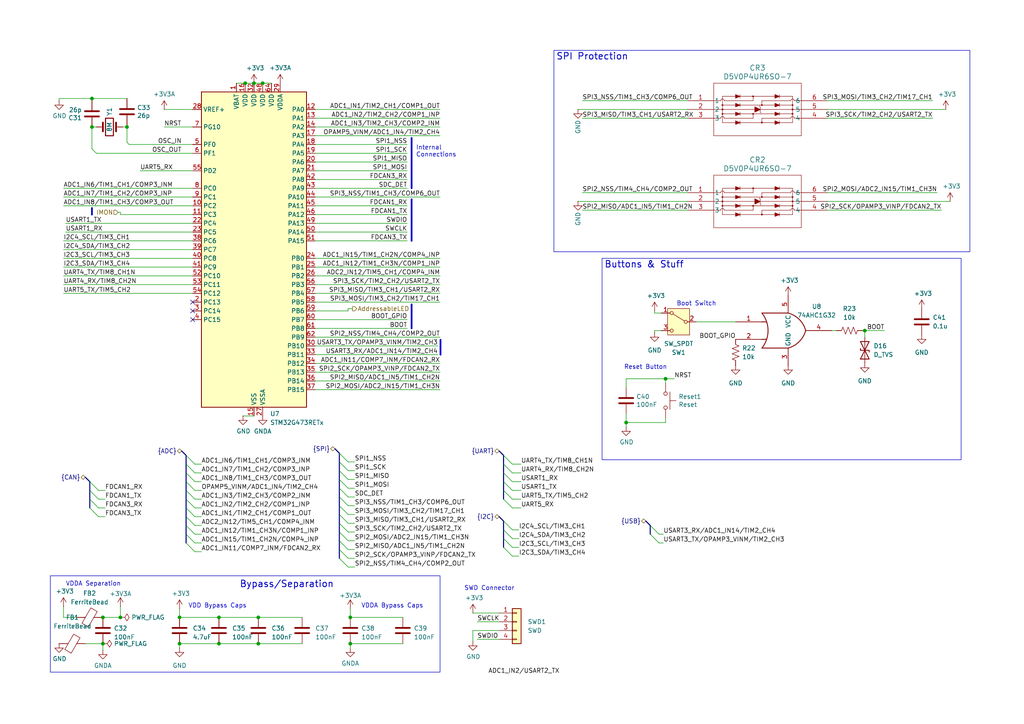
<source format=kicad_sch>
(kicad_sch (version 20250114) (generator "eeschema") (generator_version "9.0")
  (paper "A4")
  (lib_symbols
    (symbol "74xGxx:74AHC1G32"
      (property "Reference" "U" (at -2.54 3.81 0))
      (property "Value" "74AHC1G32" (at 0 -3.81 0))
      (symbol "74AHC1G32_1_1"
        (pin input line (at -15.24 2.54 0) (length 7.62) (name "~") (number "1"))
        (pin input line (at -15.24 -2.54 0) (length 7.62) (name "~") (number "2"))
        (pin power_in line (at 0 10.16 270) (length 5.08) (name "VCC") (number "5"))
        (pin power_in line (at 0 -10.16 90) (length 5.08) (name "GND") (number "3"))
        (pin output line (at 12.7 0 180) (length 7.62) (name "~") (number "4"))
      )
    )
    (symbol "Connector_Generic:Conn_01x04" (pin_names (offset 1.016) (hide yes))
      (property "Reference" "J" (at 0 5.08 0))
      (property "Value" "Conn_01x04" (at 0 -7.62 0))
      (symbol "Conn_01x04_1_1"
        (pin passive line (at -5.08 2.54 0) (length 3.81) (name "Pin_1") (number "1"))
        (pin passive line (at -5.08 0 0) (length 3.81) (name "Pin_2") (number "2"))
        (pin passive line (at -5.08 -2.54 0) (length 3.81) (name "Pin_3") (number "3"))
        (pin passive line (at -5.08 -5.08 0) (length 3.81) (name "Pin_4") (number "4"))
      )
    )
    (symbol "Device:C" (pin_numbers (hide yes)) (pin_names (offset 0.254))
      (property "Reference" "C" (at 0.635 2.54 0))
      (property "Value" "C" (at 0.635 -2.54 0))
      (symbol "C_1_1"
        (pin passive line (at 0 3.81 270) (length 2.794) (name "~") (number "1"))
        (pin passive line (at 0 -3.81 90) (length 2.794) (name "~") (number "2"))
      )
    )
    (symbol "Device:Crystal" (pin_numbers (hide yes)) (pin_names (offset 1.016) (hide yes))
      (property "Reference" "Y" (at 0 3.81 0))
      (property "Value" "Crystal" (at 0 -3.81 0))
      (symbol "Crystal_1_1"
        (pin passive line (at -3.81 0 0) (length 1.27) (name "1") (number "1"))
        (pin passive line (at 3.81 0 180) (length 1.27) (name "2") (number "2"))
      )
    )
    (symbol "Device:D_TVS" (pin_numbers (hide yes)) (pin_names (offset 1.016) (hide yes))
      (property "Reference" "D" (at 0 2.54 0))
      (property "Value" "D_TVS" (at 0 -2.54 0))
      (symbol "D_TVS_1_1"
        (pin passive line (at -3.81 0 0) (length 2.54) (name "A1") (number "1"))
        (pin passive line (at 3.81 0 180) (length 2.54) (name "A2") (number "2"))
      )
    )
    (symbol "Device:FerriteBead" (pin_numbers (hide yes)) (pin_names (offset 0))
      (property "Reference" "FB" (at -3.81 0.635 90))
      (property "Value" "FerriteBead" (at 3.81 0 90))
      (symbol "FerriteBead_1_1"
        (pin passive line (at 0 3.81 270) (length 2.54) (name "~") (number "1"))
        (pin passive line (at 0 -3.81 90) (length 2.54) (name "~") (number "2"))
      )
    )
    (symbol "Device:R_US" (pin_numbers (hide yes)) (pin_names (offset 0))
      (property "Reference" "R" (at 2.54 0 90))
      (property "Value" "R_US" (at -2.54 0 90))
      (symbol "R_US_1_1"
        (pin passive line (at 0 3.81 270) (length 1.27) (name "~") (number "1"))
        (pin passive line (at 0 -3.81 90) (length 1.27) (name "~") (number "2"))
      )
    )
    (symbol "MCU_ST_STM32G4:STM32G473RETx"
      (property "Reference" "U" (at -15.24 46.99 0))
      (property "Value" "STM32G473RETx" (at 10.16 46.99 0))
      (symbol "STM32G473RETx_1_1"
        (pin input line (at -17.78 40.64 0) (length 2.54) (name "VREF+") (number "28"))
        (pin bidirectional line (at -17.78 35.56 0) (length 2.54) (name "PG10") (number "7"))
        (pin bidirectional line (at -17.78 30.48 0) (length 2.54) (name "PF0") (number "5"))
        (pin bidirectional line (at -17.78 27.94 0) (length 2.54) (name "PF1") (number "6"))
        (pin bidirectional line (at -17.78 22.86 0) (length 2.54) (name "PD2") (number "55"))
        (pin bidirectional line (at -17.78 17.78 0) (length 2.54) (name "PC0") (number "8"))
        (pin bidirectional line (at -17.78 15.24 0) (length 2.54) (name "PC1") (number "9"))
        (pin bidirectional line (at -17.78 12.7 0) (length 2.54) (name "PC2") (number "10"))
        (pin bidirectional line (at -17.78 10.16 0) (length 2.54) (name "PC3") (number "11"))
        (pin bidirectional line (at -17.78 7.62 0) (length 2.54) (name "PC4") (number "22"))
        (pin bidirectional line (at -17.78 5.08 0) (length 2.54) (name "PC5") (number "23"))
        (pin bidirectional line (at -17.78 2.54 0) (length 2.54) (name "PC6") (number "38"))
        (pin bidirectional line (at -17.78 0 0) (length 2.54) (name "PC7") (number "39"))
        (pin bidirectional line (at -17.78 -2.54 0) (length 2.54) (name "PC8") (number "40"))
        (pin bidirectional line (at -17.78 -5.08 0) (length 2.54) (name "PC9") (number "41"))
        (pin bidirectional line (at -17.78 -7.62 0) (length 2.54) (name "PC10") (number "52"))
        (pin bidirectional line (at -17.78 -10.16 0) (length 2.54) (name "PC11") (number "53"))
        (pin bidirectional line (at -17.78 -12.7 0) (length 2.54) (name "PC12") (number "54"))
        (pin bidirectional line (at -17.78 -15.24 0) (length 2.54) (name "PC13") (number "2"))
        (pin bidirectional line (at -17.78 -17.78 0) (length 2.54) (name "PC14") (number "3"))
        (pin bidirectional line (at -17.78 -20.32 0) (length 2.54) (name "PC15") (number "4"))
        (pin power_in line (at -5.08 48.26 270) (length 2.54) (name "VBAT") (number "1"))
        (pin power_in line (at -2.54 48.26 270) (length 2.54) (name "VDD") (number "16"))
        (pin power_in line (at 0 48.26 270) (length 2.54) (name "VDD") (number "32"))
        (pin power_in line (at 0 -48.26 90) (length 2.54) (name "VSS") (number "15"))
        (pin passive line (at 0 -48.26 90) (length 2.54) (hide yes) (name "VSS") (number "31"))
        (pin passive line (at 0 -48.26 90) (length 2.54) (hide yes) (name "VSS") (number "47"))
        (pin passive line (at 0 -48.26 90) (length 2.54) (hide yes) (name "VSS") (number "63"))
        (pin power_in line (at 2.54 48.26 270) (length 2.54) (name "VDD") (number "48"))
        (pin power_in line (at 2.54 -48.26 90) (length 2.54) (name "VSSA") (number "27"))
        (pin power_in line (at 5.08 48.26 270) (length 2.54) (name "VDD") (number "64"))
        (pin power_in line (at 7.62 48.26 270) (length 2.54) (name "VDDA") (number "29"))
        (pin bidirectional line (at 17.78 40.64 180) (length 2.54) (name "PA0") (number "12"))
        (pin bidirectional line (at 17.78 38.1 180) (length 2.54) (name "PA1") (number "13"))
        (pin bidirectional line (at 17.78 35.56 180) (length 2.54) (name "PA2") (number "14"))
        (pin bidirectional line (at 17.78 33.02 180) (length 2.54) (name "PA3") (number "17"))
        (pin bidirectional line (at 17.78 30.48 180) (length 2.54) (name "PA4") (number "18"))
        (pin bidirectional line (at 17.78 27.94 180) (length 2.54) (name "PA5") (number "19"))
        (pin bidirectional line (at 17.78 25.4 180) (length 2.54) (name "PA6") (number "20"))
        (pin bidirectional line (at 17.78 22.86 180) (length 2.54) (name "PA7") (number "21"))
        (pin bidirectional line (at 17.78 20.32 180) (length 2.54) (name "PA8") (number "42"))
        (pin bidirectional line (at 17.78 17.78 180) (length 2.54) (name "PA9") (number "43"))
        (pin bidirectional line (at 17.78 15.24 180) (length 2.54) (name "PA10") (number "44"))
        (pin bidirectional line (at 17.78 12.7 180) (length 2.54) (name "PA11") (number "45"))
        (pin bidirectional line (at 17.78 10.16 180) (length 2.54) (name "PA12") (number "46"))
        (pin bidirectional line (at 17.78 7.62 180) (length 2.54) (name "PA13") (number "49"))
        (pin bidirectional line (at 17.78 5.08 180) (length 2.54) (name "PA14") (number "50"))
        (pin bidirectional line (at 17.78 2.54 180) (length 2.54) (name "PA15") (number "51"))
        (pin bidirectional line (at 17.78 -2.54 180) (length 2.54) (name "PB0") (number "24"))
        (pin bidirectional line (at 17.78 -5.08 180) (length 2.54) (name "PB1") (number "25"))
        (pin bidirectional line (at 17.78 -7.62 180) (length 2.54) (name "PB2") (number "26"))
        (pin bidirectional line (at 17.78 -10.16 180) (length 2.54) (name "PB3") (number "56"))
        (pin bidirectional line (at 17.78 -12.7 180) (length 2.54) (name "PB4") (number "57"))
        (pin bidirectional line (at 17.78 -15.24 180) (length 2.54) (name "PB5") (number "58"))
        (pin bidirectional line (at 17.78 -17.78 180) (length 2.54) (name "PB6") (number "59"))
        (pin bidirectional line (at 17.78 -20.32 180) (length 2.54) (name "PB7") (number "60"))
        (pin bidirectional line (at 17.78 -22.86 180) (length 2.54) (name "PB8") (number "61"))
        (pin bidirectional line (at 17.78 -25.4 180) (length 2.54) (name "PB9") (number "62"))
        (pin bidirectional line (at 17.78 -27.94 180) (length 2.54) (name "PB10") (number "30"))
        (pin bidirectional line (at 17.78 -30.48 180) (length 2.54) (name "PB11") (number "33"))
        (pin bidirectional line (at 17.78 -33.02 180) (length 2.54) (name "PB12") (number "34"))
        (pin bidirectional line (at 17.78 -35.56 180) (length 2.54) (name "PB13") (number "35"))
        (pin bidirectional line (at 17.78 -38.1 180) (length 2.54) (name "PB14") (number "36"))
        (pin bidirectional line (at 17.78 -40.64 180) (length 2.54) (name "PB15") (number "37"))
      )
    )
    (symbol "Switch:SW_Push" (pin_numbers (hide yes)) (pin_names (offset 1.016) (hide yes))
      (property "Reference" "SW" (at 1.27 2.54 0))
      (property "Value" "SW_Push" (at 0 -1.524 0))
      (symbol "SW_Push_0_1"
        (pin passive line (at -5.08 0 0) (length 2.54) (name "1") (number "1"))
        (pin passive line (at 5.08 0 180) (length 2.54) (name "2") (number "2"))
      )
    )
    (symbol "Switch:SW_SPDT" (pin_names (offset 0) (hide yes))
      (property "Reference" "SW" (at 0 5.08 0))
      (property "Value" "SW_SPDT" (at 0 -5.08 0))
      (symbol "SW_SPDT_1_1"
        (pin passive line (at -5.08 0 0) (length 2.54) (name "B") (number "2"))
        (pin passive line (at 5.08 2.54 180) (length 2.54) (name "A") (number "1"))
        (pin passive line (at 5.08 -2.54 180) (length 2.54) (name "C") (number "3"))
      )
    )
    (symbol "UTSVT-ICs:D5V0P4UR6SO-7" (pin_names (offset 0.254))
      (property "Reference" "CR2" (at 20.32 10.16 0))
      (property "Value" "D5V0P4UR6SO-7" (at 20.32 7.62 0))
      (symbol "D5V0P4UR6SO-7_0_1"
        (pin input line (at 0 0 0) (length 7.62) (name "1") (number "1"))
        (pin unspecified line (at 0 -2.54 0) (length 7.62) (name "2") (number "2"))
        (pin input line (at 0 -5.08 0) (length 7.62) (name "3") (number "3"))
        (pin input line (at 40.64 0 180) (length 7.62) (name "6") (number "6"))
        (pin unspecified line (at 40.64 -2.54 180) (length 7.62) (name "5") (number "5"))
        (pin input line (at 40.64 -5.08 180) (length 7.62) (name "4") (number "4"))
      )
    )
    (symbol "power:+3.3V" (power) (pin_numbers (hide yes)) (pin_names (offset 0) (hide yes))
      (property "Value" "+3.3V" (at 0 3.556 0))
      (symbol "+3.3V_1_1"
        (pin power_in line (at 0 0 90) (length 0) (name "~") (number "1"))
      )
    )
    (symbol "power:+3.3VA" (power) (pin_numbers (hide yes)) (pin_names (offset 0) (hide yes))
      (property "Value" "+3.3VA" (at 0 3.556 0))
      (symbol "+3.3VA_1_1"
        (pin power_in line (at 0 0 90) (length 0) (name "~") (number "1"))
      )
    )
    (symbol "power:GND" (power) (pin_numbers (hide yes)) (pin_names (offset 0) (hide yes))
      (property "Value" "GND" (at 0 -3.81 0))
      (symbol "GND_1_1"
        (pin power_in line (at 0 0 270) (length 0) (name "~") (number "1"))
      )
    )
    (symbol "power:GNDA" (power) (pin_numbers (hide yes)) (pin_names (offset 0) (hide yes))
      (property "Value" "GNDA" (at 0 -3.81 0))
      (symbol "GNDA_1_1"
        (pin power_in line (at 0 0 270) (length 0) (name "~") (number "1"))
      )
    )
    (symbol "power:PWR_FLAG" (power) (pin_numbers (hide yes)) (pin_names (offset 0) (hide yes))
      (property "Value" "PWR_FLAG" (at 0 3.81 0))
      (symbol "PWR_FLAG_0_0"
        (pin power_out line (at 0 0 90) (length 0) (name "~") (number "1"))
      )
    )
  )
  (bus_alias "ADC" (members "ADC1_IN6/TIM1_CH1/COMP3_INM" "ADC1_IN7/TIM1_CH2/COMP3_INP" "ADC1_IN8/TIM1_CH3/COMP3_OUT" "OPAMP5_VINM/ADC1_IN4/TIM2_CH4" "ADC1_IN3/TIM2_CH3/COMP2_INM" "ADC1_IN2/TIM2_CH2/COMP1_INP" "ADC1_IN1/TIM2_CH1/COMP1_OUT" "ADC2_IN12/TIM5_CH1/COMP4_INM" "ADC1_IN12/TIM1_CH3N/COMP1_INP" "ADC1_IN15/TIM1_CH2N/COMP4_INP" "ADC1_IN11/COMP7_INM/FDCAN2_RX"))
  (bus_alias "CAN" (members "FDCAN1_RX" "FDCAN1_TX" "FDCAN3_RX" "FDCAN3_TX" "IntCAN_L" "IntCAN_H" "CarCAN_L" "CarCAN_H"))
  (bus_alias "I2C" (members "I2C4_SCL/TIM3_CH1" "I2C4_SDA/TIM3_CH2" "I2C3_SCL/TIM3_CH3" "I2C3_SDA/TIM3_CH4"))
  (bus_alias "PWR" (members "IMON" "24_Ext"))
  (bus_alias "SPI" (members "SPI1_NSS" "SPI1_SCK" "SPI1_MISO" "SPI1_MOSI" "SDC_DET" "SPI3_NSS/TIM1_CH3/COMP6_OUT" "SPI3_MOSI/TIM3_CH2/TIM17_CH1" "SPI3_MISO/TIM3_CH1/USART2_RX" "SPI3_SCK/TIM2_CH2/USART2_TX" "SPI2_MOSI/ADC2_IN15/TIM1_CH3N" "SPI2_MISO/ADC1_IN5/TIM1_CH2N" "SPI2_SCK/OPAMP3_VINP/FDCAN2_TX" "SPI2_NSS/TIM4_CH4/COMP2_OUT"))
  (bus_alias "UART" (members "UART4_TX/TIM8_CH1N" "UART4_RX/TIM8_CH2N" "USART1_RX" "USART1_TX" "UART5_TX/TIM5_CH2" "UART5_RX"))
  (rectangle (start 174.625 74.93) (end 278.765 133.35))
  (rectangle (start 14.605 167.005) (end 127.635 194.945))
  (rectangle (start 160.655 14.605) (end 281.305 73.025))
  (text "Boot Switch" (at 196.215 88.9 0) (effects (font (size 1.27 1.27)) (justify left bottom)))
  (text "VDDA Bypass Caps" (at 104.775 176.53 0) (effects (font (size 1.27 1.27)) (justify left bottom)))
  (text "Bypass/Separation" (at 83.185 169.545 0) (effects (font (size 1.905 1.905) (thickness 0.2381))))
  (text "Reset Button" (at 180.975 107.315 0) (effects (font (size 1.27 1.27)) (justify left bottom)))
  (text "SWD Connector" (at 134.62 171.45 0) (effects (font (size 1.27 1.27)) (justify left bottom)))
  (text "SPI Protection\n" (at 161.29 16.51 0) (effects (font (size 1.905 1.905) (thickness 0.2381)) (justify left)))
  (text "VDD Bypass Caps" (at 54.61 176.53 0) (effects (font (size 1.27 1.27)) (justify left bottom)))
  (text "Internal\nConnections\n" (at 120.65 45.72 0) (effects (font (size 1.27 1.27)) (justify left bottom)))
  (text "VDDA Separation" (at 19.05 170.18 0) (effects (font (size 1.27 1.27)) (justify left bottom)))
  (text "Buttons & Stuff" (at 175.26 76.835 0) (effects (font (size 1.905 1.905) (thickness 0.2381)) (justify left)))
  (junction (at 52.07 186.69))
  (junction (at 73.66 24.13))
  (junction (at 52.07 179.07))
  (junction (at 74.93 186.69))
  (junction (at 76.2 24.13))
  (junction (at 26.67 28.575))
  (junction (at 71.12 24.13))
  (junction (at 34.925 179.07))
  (junction (at 26.67 36.83))
  (junction (at 63.5 186.69))
  (junction (at 101.6 179.07))
  (junction (at 36.83 36.83))
  (junction (at 250.825 95.885))
  (junction (at 29.845 179.07))
  (junction (at 29.845 186.69))
  (junction (at 74.93 179.07))
  (junction (at 181.61 122.555))
  (junction (at 101.6 186.69))
  (junction (at 193.04 109.855))
  (junction (at 63.5 179.07))
  (no_connect (at 55.88 92.71))
  (no_connect (at 55.88 90.17))
  (no_connect (at 55.88 87.63))
  (bus_entry (at 53.975 157.48) (size 2.54 2.54))
  (bus_entry (at 98.425 154.305) (size 2.54 2.54))
  (bus_entry (at 146.05 158.75) (size 2.54 2.54))
  (bus_entry (at 26.035 147.32) (size 2.54 2.54))
  (bus_entry (at 98.425 149.225) (size 2.54 2.54))
  (bus_entry (at 146.05 137.16) (size 2.54 2.54))
  (bus_entry (at 98.425 146.685) (size 2.54 2.54))
  (bus_entry (at 98.425 161.925) (size 2.54 2.54))
  (bus_entry (at 146.05 153.67) (size 2.54 2.54))
  (bus_entry (at 188.595 154.94) (size 2.54 2.54))
  (bus_entry (at 53.975 149.86) (size 2.54 2.54))
  (bus_entry (at 26.035 142.24) (size 2.54 2.54))
  (bus_entry (at 98.425 151.765) (size 2.54 2.54))
  (bus_entry (at 98.425 136.525) (size 2.54 2.54))
  (bus_entry (at 98.425 133.985) (size 2.54 2.54))
  (bus_entry (at 146.05 142.24) (size 2.54 2.54))
  (bus_entry (at 53.975 132.08) (size 2.54 2.54))
  (bus_entry (at 53.975 144.78) (size 2.54 2.54))
  (bus_entry (at 98.425 144.145) (size 2.54 2.54))
  (bus_entry (at 53.975 147.32) (size 2.54 2.54))
  (bus_entry (at 53.975 154.94) (size 2.54 2.54))
  (bus_entry (at 146.05 132.08) (size 2.54 2.54))
  (bus_entry (at 98.425 141.605) (size 2.54 2.54))
  (bus_entry (at 146.05 139.7) (size 2.54 2.54))
  (bus_entry (at 146.05 156.21) (size 2.54 2.54))
  (bus_entry (at 53.975 134.62) (size 2.54 2.54))
  (bus_entry (at 53.975 152.4) (size 2.54 2.54))
  (bus_entry (at 146.05 134.62) (size 2.54 2.54))
  (bus_entry (at 26.035 139.7) (size 2.54 2.54))
  (bus_entry (at 98.425 131.445) (size 2.54 2.54))
  (bus_entry (at 53.975 142.24) (size 2.54 2.54))
  (bus_entry (at 98.425 156.845) (size 2.54 2.54))
  (bus_entry (at 53.975 137.16) (size 2.54 2.54))
  (bus_entry (at 98.425 139.065) (size 2.54 2.54))
  (bus_entry (at 146.05 144.78) (size 2.54 2.54))
  (bus_entry (at 98.425 159.385) (size 2.54 2.54))
  (bus_entry (at 53.975 139.7) (size 2.54 2.54))
  (bus_entry (at 146.05 151.13) (size 2.54 2.54))
  (bus_entry (at 26.035 144.78) (size 2.54 2.54))
  (bus_entry (at 188.595 152.4) (size 2.54 2.54))
  (wire (pts (xy 201.93 93.345) (xy 213.36 93.345)))
  (wire (pts (xy 26.67 28.575) (xy 36.83 28.575)))
  (wire (pts (xy 63.5 179.07) (xy 74.93 179.07)))
  (wire (pts (xy 19.05 67.31) (xy 55.88 67.31)))
  (wire (pts (xy 91.44 64.77) (xy 118.11 64.77)))
  (bus (pts (xy 26.035 144.78) (xy 26.035 147.32)))
  (wire (pts (xy 148.59 139.7) (xy 151.13 139.7)))
  (wire (pts (xy 137.16 182.88) (xy 137.16 186.055)))
  (wire (pts (xy 28.575 144.78) (xy 30.48 144.78)))
  (wire (pts (xy 36.83 41.275) (xy 36.83 36.83)))
  (bus (pts (xy 98.425 149.225) (xy 98.425 151.765)))
  (bus (pts (xy 98.425 131.445) (xy 97.155 130.175)))
  (wire (pts (xy 91.44 57.15) (xy 127.635 57.15)))
  (bus (pts (xy 98.425 139.065) (xy 98.425 141.605)))
  (bus (pts (xy 146.05 137.16) (xy 146.05 139.7)))
  (wire (pts (xy 100.965 151.765) (xy 102.87 151.765)))
  (bus (pts (xy 144.78 130.81) (xy 146.05 132.08)))
  (wire (pts (xy 100.965 149.225) (xy 102.87 149.225)))
  (wire (pts (xy 52.07 187.96) (xy 52.07 186.69)))
  (wire (pts (xy 52.07 179.07) (xy 63.5 179.07)))
  (wire (pts (xy 55.88 41.91) (xy 37.465 41.91)))
  (wire (pts (xy 100.965 141.605) (xy 102.87 141.605)))
  (bus (pts (xy 98.425 133.985) (xy 98.425 136.525)))
  (wire (pts (xy 148.59 158.75) (xy 150.495 158.75)))
  (wire (pts (xy 18.415 59.69) (xy 55.88 59.69)))
  (wire (pts (xy 91.44 44.45) (xy 118.11 44.45)))
  (wire (pts (xy 100.965 144.145) (xy 102.87 144.145)))
  (wire (pts (xy 240.03 31.75) (xy 274.32 31.75)))
  (wire (pts (xy 34.925 62.23) (xy 55.88 62.23)))
  (wire (pts (xy 55.88 36.83) (xy 47.625 36.83)))
  (wire (pts (xy 56.515 137.16) (xy 58.42 137.16)))
  (wire (pts (xy 168.91 60.96) (xy 199.39 60.96)))
  (wire (pts (xy 273.05 60.96) (xy 240.03 60.96)))
  (wire (pts (xy 56.515 147.32) (xy 58.42 147.32)))
  (bus (pts (xy 98.425 144.145) (xy 98.425 146.685)))
  (wire (pts (xy 56.515 152.4) (xy 58.42 152.4)))
  (wire (pts (xy 100.965 133.985) (xy 102.87 133.985)))
  (wire (pts (xy 168.91 34.29) (xy 199.39 34.29)))
  (wire (pts (xy 91.44 80.01) (xy 127.635 80.01)))
  (bus (pts (xy 53.975 139.7) (xy 53.975 142.24)))
  (wire (pts (xy 91.44 110.49) (xy 127.635 110.49)))
  (wire (pts (xy 28.575 147.32) (xy 30.48 147.32)))
  (wire (pts (xy 91.44 92.71) (xy 118.11 92.71)))
  (wire (pts (xy 74.93 179.07) (xy 87.63 179.07)))
  (wire (pts (xy 68.58 24.13) (xy 71.12 24.13)))
  (bus (pts (xy 26.035 142.24) (xy 26.035 144.78)))
  (bus (pts (xy 146.05 132.08) (xy 146.05 134.62)))
  (wire (pts (xy 17.145 28.575) (xy 26.67 28.575)))
  (wire (pts (xy 91.44 107.95) (xy 127.635 107.95)))
  (bus (pts (xy 146.05 156.21) (xy 146.05 158.75)))
  (wire (pts (xy 74.93 186.69) (xy 87.63 186.69)))
  (wire (pts (xy 56.515 139.7) (xy 58.42 139.7)))
  (wire (pts (xy 91.44 113.03) (xy 127.635 113.03)))
  (bus (pts (xy 146.05 153.67) (xy 146.05 156.21)))
  (wire (pts (xy 270.51 34.29) (xy 240.03 34.29)))
  (wire (pts (xy 91.44 67.31) (xy 118.11 67.31)))
  (wire (pts (xy 250.825 95.885) (xy 256.54 95.885)))
  (wire (pts (xy 47.625 31.75) (xy 55.88 31.75)))
  (bus (pts (xy 146.05 151.13) (xy 146.05 153.67)))
  (wire (pts (xy 18.415 77.47) (xy 55.88 77.47)))
  (wire (pts (xy 26.67 36.83) (xy 26.67 43.18)))
  (wire (pts (xy 100.965 159.385) (xy 102.87 159.385)))
  (wire (pts (xy 91.44 100.33) (xy 127 100.33)))
  (wire (pts (xy 189.865 90.805) (xy 189.865 90.17)))
  (bus (pts (xy 26.035 139.7) (xy 26.035 142.24)))
  (wire (pts (xy 91.44 87.63) (xy 127.635 87.63)))
  (wire (pts (xy 100.965 161.925) (xy 102.87 161.925)))
  (wire (pts (xy 91.44 31.75) (xy 127.635 31.75)))
  (wire (pts (xy 191.135 157.48) (xy 192.405 157.48)))
  (wire (pts (xy 56.515 157.48) (xy 58.42 157.48)))
  (wire (pts (xy 168.91 55.88) (xy 199.39 55.88)))
  (wire (pts (xy 18.415 80.01) (xy 55.88 80.01)))
  (wire (pts (xy 100.965 90.17) (xy 91.44 90.17)))
  (wire (pts (xy 270.51 29.21) (xy 240.03 29.21)))
  (bus (pts (xy 53.975 149.86) (xy 53.975 152.4)))
  (wire (pts (xy 52.07 186.69) (xy 63.5 186.69)))
  (bus (pts (xy 98.425 146.685) (xy 98.425 149.225)))
  (wire (pts (xy 167.64 31.75) (xy 199.39 31.75)))
  (wire (pts (xy 91.44 54.61) (xy 118.11 54.61)))
  (wire (pts (xy 76.2 24.13) (xy 78.74 24.13)))
  (wire (pts (xy 181.61 120.015) (xy 181.61 122.555)))
  (bus (pts (xy 98.425 131.445) (xy 98.425 133.985)))
  (wire (pts (xy 181.61 109.855) (xy 181.61 112.395)))
  (wire (pts (xy 167.64 58.42) (xy 199.39 58.42)))
  (wire (pts (xy 91.44 85.09) (xy 127.635 85.09)))
  (bus (pts (xy 52.705 130.81) (xy 53.975 132.08)))
  (bus (pts (xy 53.975 144.78) (xy 53.975 147.32)))
  (polyline (pts (xy 119.38 57.785) (xy 119.38 69.85)) (stroke (width 0.5)))
  (bus (pts (xy 53.975 152.4) (xy 53.975 154.94)))
  (wire (pts (xy 34.925 179.07) (xy 29.845 179.07)))
  (wire (pts (xy 27.94 44.45) (xy 55.88 44.45)))
  (bus (pts (xy 98.425 136.525) (xy 98.425 139.065)))
  (polyline (pts (xy 127.762 102.87) (xy 127.762 98.552)) (stroke (width 0.5)))
  (wire (pts (xy 18.415 82.55) (xy 55.88 82.55)))
  (wire (pts (xy 148.59 161.29) (xy 150.495 161.29)))
  (wire (pts (xy 18.415 175.895) (xy 18.415 179.07)))
  (wire (pts (xy 52.07 176.53) (xy 52.07 179.07)))
  (wire (pts (xy 34.925 175.895) (xy 34.925 179.07)))
  (wire (pts (xy 71.12 24.13) (xy 73.66 24.13)))
  (wire (pts (xy 148.59 137.16) (xy 151.13 137.16)))
  (wire (pts (xy 18.415 54.61) (xy 55.88 54.61)))
  (wire (pts (xy 91.44 102.87) (xy 127 102.87)))
  (wire (pts (xy 91.44 95.25) (xy 118.11 95.25)))
  (wire (pts (xy 24.765 186.69) (xy 29.845 186.69)))
  (wire (pts (xy 138.43 180.34) (xy 144.78 180.34)))
  (bus (pts (xy 98.425 151.765) (xy 98.425 154.305)))
  (bus (pts (xy 53.975 154.94) (xy 53.975 157.48)))
  (wire (pts (xy 242.57 95.885) (xy 241.3 95.885)))
  (wire (pts (xy 193.04 109.855) (xy 195.58 109.855)))
  (wire (pts (xy 18.415 72.39) (xy 55.88 72.39)))
  (bus (pts (xy 188.595 152.4) (xy 188.595 154.94)))
  (wire (pts (xy 271.78 55.88) (xy 240.03 55.88)))
  (wire (pts (xy 168.91 29.21) (xy 199.39 29.21)))
  (wire (pts (xy 250.825 95.885) (xy 250.825 97.79)))
  (wire (pts (xy 18.415 74.93) (xy 55.88 74.93)))
  (wire (pts (xy 63.5 186.69) (xy 74.93 186.69)))
  (wire (pts (xy 100.965 89.535) (xy 102.235 89.535)))
  (wire (pts (xy 56.515 154.94) (xy 58.42 154.94)))
  (wire (pts (xy 18.415 69.85) (xy 55.88 69.85)))
  (wire (pts (xy 91.44 105.41) (xy 127.635 105.41)))
  (wire (pts (xy 91.44 52.07) (xy 118.11 52.07)))
  (wire (pts (xy 40.64 49.53) (xy 55.88 49.53)))
  (polyline (pts (xy 119.38 40.005) (xy 119.38 54.61)) (stroke (width 0.5)))
  (bus (pts (xy 98.425 141.605) (xy 98.425 144.145)))
  (bus (pts (xy 98.425 159.385) (xy 98.425 161.925)))
  (wire (pts (xy 181.61 123.825) (xy 181.61 122.555)))
  (wire (pts (xy 137.16 182.88) (xy 144.78 182.88)))
  (wire (pts (xy 148.59 144.78) (xy 151.13 144.78)))
  (wire (pts (xy 17.145 29.21) (xy 17.145 28.575)))
  (wire (pts (xy 193.04 121.285) (xy 193.04 122.555)))
  (wire (pts (xy 36.83 36.83) (xy 35.56 36.83)))
  (wire (pts (xy 189.865 95.885) (xy 191.77 95.885)))
  (bus (pts (xy 53.975 147.32) (xy 53.975 149.86)))
  (wire (pts (xy 91.44 97.79) (xy 127.635 97.79)))
  (bus (pts (xy 144.78 149.86) (xy 146.05 151.13)))
  (wire (pts (xy 91.44 62.23) (xy 118.11 62.23)))
  (wire (pts (xy 91.44 41.91) (xy 118.11 41.91)))
  (wire (pts (xy 26.67 28.575) (xy 26.67 29.21)))
  (wire (pts (xy 28.575 149.86) (xy 30.48 149.86)))
  (wire (pts (xy 18.415 57.15) (xy 55.88 57.15)))
  (wire (pts (xy 148.59 142.24) (xy 151.13 142.24)))
  (polyline (pts (xy 119.38 95.25) (xy 119.38 88.265)) (stroke (width 0.5)))
  (bus (pts (xy 188.595 152.4) (xy 187.325 151.13)))
  (wire (pts (xy 34.925 61.595) (xy 34.925 62.23)))
  (wire (pts (xy 138.43 185.42) (xy 144.78 185.42)))
  (wire (pts (xy 100.965 89.535) (xy 100.965 90.17)))
  (wire (pts (xy 100.965 154.305) (xy 102.87 154.305)))
  (wire (pts (xy 100.965 136.525) (xy 102.87 136.525)))
  (bus (pts (xy 146.05 142.24) (xy 146.05 144.78)))
  (wire (pts (xy 189.865 96.52) (xy 189.865 95.885)))
  (wire (pts (xy 36.83 36.83) (xy 36.83 36.195)))
  (wire (pts (xy 19.05 64.77) (xy 55.88 64.77)))
  (wire (pts (xy 181.61 109.855) (xy 193.04 109.855)))
  (wire (pts (xy 56.515 134.62) (xy 58.42 134.62)))
  (wire (pts (xy 18.415 85.09) (xy 55.88 85.09)))
  (wire (pts (xy 91.44 46.99) (xy 118.11 46.99)))
  (wire (pts (xy 101.6 176.53) (xy 101.6 179.07)))
  (wire (pts (xy 91.44 34.29) (xy 127.635 34.29)))
  (wire (pts (xy 148.59 153.67) (xy 150.495 153.67)))
  (bus (pts (xy 53.975 134.62) (xy 53.975 137.16)))
  (wire (pts (xy 100.965 164.465) (xy 102.87 164.465)))
  (wire (pts (xy 18.415 179.07) (xy 22.225 179.07)))
  (wire (pts (xy 250.19 95.885) (xy 250.825 95.885)))
  (bus (pts (xy 53.975 137.16) (xy 53.975 139.7)))
  (wire (pts (xy 56.515 160.02) (xy 58.42 160.02)))
  (bus (pts (xy 53.975 142.24) (xy 53.975 144.78)))
  (wire (pts (xy 100.965 156.845) (xy 102.87 156.845)))
  (wire (pts (xy 101.6 186.69) (xy 101.6 187.96)))
  (wire (pts (xy 137.16 177.8) (xy 144.78 177.8)))
  (polyline (pts (xy 26.67 62.23) (xy 26.67 60.325)) (stroke (width 0.5)))
  (wire (pts (xy 91.44 49.53) (xy 118.11 49.53)))
  (wire (pts (xy 101.6 186.69) (xy 116.84 186.69)))
  (wire (pts (xy 191.135 154.94) (xy 192.405 154.94)))
  (wire (pts (xy 70.485 120.65) (xy 73.66 120.65)))
  (wire (pts (xy 148.59 134.62) (xy 151.13 134.62)))
  (wire (pts (xy 91.44 36.83) (xy 127.635 36.83)))
  (bus (pts (xy 53.975 132.08) (xy 53.975 134.62)))
  (wire (pts (xy 34.29 61.595) (xy 34.925 61.595)))
  (wire (pts (xy 100.965 146.685) (xy 102.87 146.685)))
  (wire (pts (xy 56.515 149.86) (xy 58.42 149.86)))
  (wire (pts (xy 73.66 24.13) (xy 76.2 24.13)))
  (wire (pts (xy 148.59 156.21) (xy 150.495 156.21)))
  (wire (pts (xy 91.44 39.37) (xy 127.635 39.37)))
  (wire (pts (xy 37.465 41.91) (xy 36.83 41.275)))
  (wire (pts (xy 240.03 58.42) (xy 275.59 58.42)))
  (wire (pts (xy 91.44 69.85) (xy 118.11 69.85)))
  (wire (pts (xy 27.94 36.83) (xy 26.67 36.83)))
  (wire (pts (xy 91.44 59.69) (xy 118.11 59.69)))
  (bus (pts (xy 26.035 139.7) (xy 24.765 138.43)))
  (wire (pts (xy 193.04 109.855) (xy 193.04 111.125)))
  (wire (pts (xy 29.845 186.69) (xy 29.845 188.595)))
  (bus (pts (xy 146.05 139.7) (xy 146.05 142.24)))
  (wire (pts (xy 189.865 90.805) (xy 191.77 90.805)))
  (bus (pts (xy 98.425 154.305) (xy 98.425 156.845)))
  (wire (pts (xy 27.94 44.45) (xy 26.67 43.18)))
  (wire (pts (xy 28.575 142.24) (xy 30.48 142.24)))
  (wire (pts (xy 56.515 144.78) (xy 58.42 144.78)))
  (wire (pts (xy 91.44 74.93) (xy 127.635 74.93)))
  (bus (pts (xy 98.425 156.845) (xy 98.425 159.385)))
  (wire (pts (xy 101.6 179.07) (xy 116.84 179.07)))
  (bus (pts (xy 146.05 134.62) (xy 146.05 137.16)))
  (wire (pts (xy 100.965 139.065) (xy 102.87 139.065)))
  (wire (pts (xy 91.44 77.47) (xy 127.635 77.47)))
  (wire (pts (xy 148.59 147.32) (xy 151.13 147.32)))
  (wire (pts (xy 91.44 82.55) (xy 127.635 82.55)))
  (wire (pts (xy 56.515 142.24) (xy 58.42 142.24)))
  (wire (pts (xy 181.61 122.555) (xy 193.04 122.555)))
  (image (at -110.49 104.775))
  (label "ADC1_IN7{slash}TIM1_CH2{slash}COMP3_INP" (at 58.42 137.16 0))
  (label "USART3_RX{slash}ADC1_IN14{slash}TIM2_CH4" (at 192.405 154.94 0))
  (label "SPI3_SCK{slash}TIM2_CH2{slash}USART2_TX" (at 127.635 82.55 180))
  (label "SPI2_MISO{slash}ADC1_IN5{slash}TIM1_CH2N" (at 168.91 60.96 0))
  (label "ADC1_IN15{slash}TIM1_CH2N{slash}COMP4_INP" (at 58.42 157.48 0))
  (label "ADC1_IN3{slash}TIM2_CH3{slash}COMP2_INM" (at 58.42 144.78 0))
  (label "SPI3_MISO{slash}TIM3_CH1{slash}USART2_RX" (at 127.635 85.09 180))
  (label "I2C4_SCL{slash}TIM3_CH1" (at 18.415 69.85 0))
  (label "ADC1_IN7{slash}TIM1_CH2{slash}COMP3_INP" (at 18.415 57.15 0))
  (label "SPI2_MISO{slash}ADC1_IN5{slash}TIM1_CH2N" (at 127.635 110.49 180))
  (label "ADC1_IN1{slash}TIM2_CH1{slash}COMP1_OUT" (at 127.635 31.75 180))
  (label "FDCAN1_RX" (at 118.11 59.69 180))
  (label "ADC1_IN2{slash}TIM2_CH2{slash}COMP1_INP" (at 58.42 147.32 0))
  (label "NRST" (at 47.625 36.83 0))
  (label "ADC1_IN8{slash}TIM1_CH3{slash}COMP3_OUT" (at 58.42 139.7 0))
  (label "SPI2_MOSI{slash}ADC2_IN15{slash}TIM1_CH3N" (at 102.87 156.845 0))
  (label "SPI2_SCK{slash}OPAMP3_VINP{slash}FDCAN2_TX" (at 127.635 107.95 180))
  (label "SPI2_MISO{slash}ADC1_IN5{slash}TIM1_CH2N" (at 102.87 159.385 0))
  (label "OSC_IN" (at 52.705 41.91 180))
  (label "I2C3_SDA{slash}TIM3_CH4" (at 18.415 77.47 0))
  (label "SPI1_MOSI" (at 118.11 49.53 180))
  (label "SPI2_MOSI{slash}ADC2_IN15{slash}TIM1_CH3N" (at 271.78 55.88 180))
  (label "ADC1_IN8{slash}TIM1_CH3{slash}COMP3_OUT" (at 18.415 59.69 0))
  (label "NRST" (at 195.58 109.855 0))
  (label "SPI2_SCK{slash}OPAMP3_VINP{slash}FDCAN2_TX" (at 273.05 60.96 180))
  (label "ADC1_IN6{slash}TIM1_CH1{slash}COMP3_INM" (at 58.42 134.62 0))
  (label "I2C3_SCL{slash}TIM3_CH3" (at 18.415 74.93 0))
  (label "ADC1_IN2{slash}TIM2_CH2{slash}COMP1_INP" (at 127.635 34.29 180))
  (label "UART5_RX" (at 151.13 147.32 0))
  (label "ADC1_IN2{slash}USART2_TX" (at 141.605 195.58 0))
  (label "OPAMP5_VINM{slash}ADC1_IN4{slash}TIM2_CH4" (at 58.42 142.24 0))
  (label "I2C3_SDA{slash}TIM3_CH4" (at 150.495 161.29 0))
  (label "ADC1_IN15{slash}TIM1_CH2N{slash}COMP4_INP" (at 127.635 74.93 180))
  (label "UART4_RX{slash}TIM8_CH2N" (at 18.415 82.55 0))
  (label "BOOT" (at 118.11 95.25 180))
  (label "SWDIO" (at 138.43 185.42 0))
  (label "SPI3_MOSI{slash}TIM3_CH2{slash}TIM17_CH1" (at 127.635 87.63 180))
  (label "SPI1_MOSI" (at 102.87 141.605 0))
  (label "FDCAN3_RX" (at 118.11 52.07 180))
  (label "SPI1_NSS" (at 118.11 41.91 180))
  (label "SPI3_NSS{slash}TIM1_CH3{slash}COMP6_OUT" (at 102.87 146.685 0))
  (label "SPI3_MISO{slash}TIM3_CH1{slash}USART2_RX" (at 168.91 34.29 0))
  (label "ADC1_IN3{slash}TIM2_CH3{slash}COMP2_INM" (at 127.635 36.83 180))
  (label "I2C4_SCL{slash}TIM3_CH1" (at 150.495 153.67 0))
  (label "SPI3_NSS{slash}TIM1_CH3{slash}COMP6_OUT" (at 127.635 57.15 180))
  (label "SPI3_SCK{slash}TIM2_CH2{slash}USART2_TX" (at 102.87 154.305 0))
  (label "I2C4_SDA{slash}TIM3_CH2" (at 150.495 156.21 0))
  (label "SPI2_NSS{slash}TIM4_CH4{slash}COMP2_OUT" (at 102.87 164.465 0))
  (label "BOOT" (at 256.54 95.885 180))
  (label "USART3_TX{slash}OPAMP3_VINM{slash}TIM2_CH3" (at 127 100.33 180))
  (label "FDCAN1_RX" (at 30.48 142.24 0))
  (label "I2C4_SDA{slash}TIM3_CH2" (at 18.415 72.39 0))
  (label "OSC_OUT" (at 52.705 44.45 180))
  (label "ADC2_IN12{slash}TIM5_CH1{slash}COMP4_INM" (at 58.42 152.4 0))
  (label "SPI2_MOSI{slash}ADC2_IN15{slash}TIM1_CH3N" (at 127.635 113.03 180))
  (label "UART5_TX{slash}TIM5_CH2" (at 18.415 85.09 0))
  (label "ADC1_IN11{slash}COMP7_INM{slash}FDCAN2_RX" (at 58.42 160.02 0))
  (label "SPI3_NSS{slash}TIM1_CH3{slash}COMP6_OUT" (at 168.91 29.21 0))
  (label "USART1_TX" (at 151.13 142.24 0))
  (label "FDCAN3_TX" (at 30.48 149.86 0))
  (label "UART4_TX{slash}TIM8_CH1N" (at 151.13 134.62 0))
  (label "SPI2_NSS{slash}TIM4_CH4{slash}COMP2_OUT" (at 168.91 55.88 0))
  (label "SDC_DET" (at 118.11 54.61 180))
  (label "UART5_RX" (at 40.64 49.53 0))
  (label "ADC2_IN12{slash}TIM5_CH1{slash}COMP4_INM" (at 127.635 80.01 180))
  (label "SDC_DET" (at 102.87 144.145 0))
  (label "UART4_RX{slash}TIM8_CH2N" (at 151.13 137.16 0))
  (label "SPI1_NSS" (at 102.87 133.985 0))
  (label "SWCLK" (at 118.11 67.31 180))
  (label "SPI3_MISO{slash}TIM3_CH1{slash}USART2_RX" (at 102.87 151.765 0))
  (label "BOOT_GPIO" (at 213.36 98.425 180))
  (label "USART3_RX{slash}ADC1_IN14{slash}TIM2_CH4" (at 127 102.87 180))
  (label "ADC1_IN6{slash}TIM1_CH1{slash}COMP3_INM" (at 18.415 54.61 0))
  (label "SPI1_SCK" (at 102.87 136.525 0))
  (label "SPI1_MISO" (at 118.11 46.99 180))
  (label "UART5_TX{slash}TIM5_CH2" (at 151.13 144.78 0))
  (label "SPI3_MOSI{slash}TIM3_CH2{slash}TIM17_CH1" (at 270.51 29.21 180))
  (label "FDCAN1_TX" (at 118.11 62.23 180))
  (label "ADC1_IN12{slash}TIM1_CH3N{slash}COMP1_INP" (at 58.42 154.94 0))
  (label "USART1_RX" (at 19.05 67.31 0))
  (label "FDCAN3_RX" (at 30.48 147.32 0))
  (label "SPI3_MOSI{slash}TIM3_CH2{slash}TIM17_CH1" (at 102.87 149.225 0))
  (label "FDCAN1_TX" (at 30.48 144.78 0))
  (label "USART3_TX{slash}OPAMP3_VINM{slash}TIM2_CH3" (at 192.405 157.48 0))
  (label "FDCAN3_TX" (at 118.11 69.85 180))
  (label "SWDIO" (at 118.11 64.77 180))
  (label "ADC1_IN11{slash}COMP7_INM{slash}FDCAN2_RX" (at 127.635 105.41 180))
  (label "ADC1_IN12{slash}TIM1_CH3N{slash}COMP1_INP" (at 127.635 77.47 180))
  (label "SPI3_SCK{slash}TIM2_CH2{slash}USART2_TX" (at 270.51 34.29 180))
  (label "I2C3_SCL{slash}TIM3_CH3" (at 150.495 158.75 0))
  (label "ADC1_IN1{slash}TIM2_CH1{slash}COMP1_OUT" (at 58.42 149.86 0))
  (label "USART1_TX" (at 19.05 64.77 0))
  (label "BOOT_GPIO" (at 118.11 92.71 180))
  (label "OPAMP5_VINM{slash}ADC1_IN4{slash}TIM2_CH4" (at 127.635 39.37 180))
  (label "SPI1_MISO" (at 102.87 139.065 0))
  (label "UART4_TX{slash}TIM8_CH1N" (at 18.415 80.01 0))
  (label "SPI2_NSS{slash}TIM4_CH4{slash}COMP2_OUT" (at 127.635 97.79 180))
  (label "USART1_RX" (at 151.13 139.7 0))
  (label "SWCLK" (at 138.43 180.34 0))
  (label "SPI1_SCK" (at 118.11 44.45 180))
  (label "SPI2_SCK{slash}OPAMP3_VINP{slash}FDCAN2_TX" (at 102.87 161.925 0))
  (hierarchical_label "{SPI}" (shape bidirectional) (at 97.155 130.175 180))
  (hierarchical_label "IMON" (shape input) (at 34.29 61.595 180))
  (hierarchical_label "{UART}" (shape bidirectional) (at 144.78 130.81 180))
  (hierarchical_label "AddressableLED" (shape output) (at 102.235 89.535 0))
  (hierarchical_label "{CAN}" (shape bidirectional) (at 24.765 138.43 180))
  (hierarchical_label "{ADC}" (shape bidirectional) (at 52.705 130.81 180))
  (hierarchical_label "{I2C}" (shape bidirectional) (at 144.78 149.86 180))
  (hierarchical_label "{USB}" (shape bidirectional) (at 187.325 151.13 180))
  (symbol (lib_id "74xGxx:74AHC1G32") (at 228.6 95.885 0) (unit 1)
    (property "Reference" "U8" (at 236.855 88.9 0))
    (property "Value" "74AHC1G32" (at 236.855 91.44 0))
    (property "Footprint" "Package_TO_SOT_SMD:SOT-23-5" (effects (hide yes)))
    (property "Datasheet" "http://www.ti.com/lit/sg/scyt129e/scyt129e.pdf" (effects (hide yes)))
    (property "Description" "Single OR Gate, Low-Voltage CMOS" (effects (hide yes)))
  )
  (symbol (lib_id "power:+3.3V") (at 18.415 175.895 0) (unit 1)
    (property "Reference" "#PWR086" (effects (hide yes)))
    (property "Value" "+3V3" (at 18.796 171.5008 0))
    (property "Description" "Power symbol creates a global label with name \"+3.3V\"" (effects (hide yes)))
  )
  (symbol (lib_id "Device:R_US") (at 213.36 102.235 180) (unit 1)
    (property "Reference" "R22" (at 215.265 100.9649 0) (effects (justify right)))
    (property "Value" "10k" (at 215.265 103.5049 0) (effects (justify right)))
    (property "Footprint" "Resistor_SMD:R_0603_1608Metric_Pad0.98x0.95mm_HandSolder" (effects (hide yes)))
    (property "Description" "Resistor, US symbol" (effects (hide yes)))
  )
  (symbol (lib_id "power:GND") (at 17.145 29.21 0) (unit 1)
    (property "Reference" "#PWR084" (effects (hide yes)))
    (property "Value" "GND" (at 17.272 33.6042 0))
    (property "Description" "Power symbol creates a global label with name \"GND\" , ground" (effects (hide yes)))
  )
  (symbol (lib_id "power:GND") (at 189.865 96.52 0) (unit 1)
    (property "Reference" "#PWR0104" (effects (hide yes)))
    (property "Value" "GND" (at 189.865 101.6 0))
    (property "Description" "Power symbol creates a global label with name \"GND\" , ground" (effects (hide yes)))
  )
  (symbol (lib_id "power:+3.3VA") (at 47.625 31.75 0) (unit 1)
    (property "Reference" "#PWR089" (effects (hide yes)))
    (property "Value" "+3V3A" (at 47.625 27.305 0))
    (property "Description" "Power symbol creates a global label with name \"+3.3VA\"" (effects (hide yes)))
  )
  (symbol (lib_id "MCU_ST_STM32G4:STM32G473RETx") (at 73.66 72.39 0) (unit 1)
    (property "Reference" "U7" (at 78.3433 120.015 0) (effects (justify left)))
    (property "Value" "STM32G473RETx" (at 78.3433 122.555 0) (effects (justify left)))
    (property "Footprint" "Package_QFP:LQFP-64_10x10mm_P0.5mm" (effects (hide yes)))
    (property "Datasheet" "https://www.st.com/resource/en/datasheet/stm32g473re.pdf" (effects (hide yes)))
    (property "Description" "STMicroelectronics Arm Cortex-M4 MCU, 512KB flash, 128KB RAM, 170 MHz, 1.71-3.6V, 52 GPIO, LQFP64" (effects (hide yes)))
  )
  (symbol (lib_id "Device:D_TVS") (at 250.825 101.6 90) (unit 1)
    (property "Reference" "D16" (at 253.365 100.3299 90) (effects (justify right)))
    (property "Value" "D_TVS" (at 253.365 102.8699 90) (effects (justify right)))
    (property "Footprint" "Diode_SMD:D_SOD-323" (effects (hide yes)))
    (property "Description" "Bidirectional transient-voltage-suppression diode" (effects (hide yes)))
  )
  (symbol (lib_id "power:PWR_FLAG") (at 34.925 179.07 270) (unit 1)
    (property "Reference" "#FLG06" (effects (hide yes)))
    (property "Value" "PWR_FLAG" (at 38.1 179.07 90) (effects (justify left)))
    (property "Description" "Special symbol for telling ERC where power comes from" (effects (hide yes)))
  )
  (symbol (lib_id "power:+3.3V") (at 189.865 90.17 0) (unit 1)
    (property "Reference" "#PWR0103" (effects (hide yes)))
    (property "Value" "+3V3" (at 190.246 85.7758 0))
    (property "Description" "Power symbol creates a global label with name \"+3.3V\"" (effects (hide yes)))
  )
  (symbol (lib_id "Device:C") (at 36.83 32.385 0) (unit 1)
    (property "Reference" "C33" (at 39.751 31.2166 0) (effects (justify left)))
    (property "Value" "26p" (at 39.751 33.528 0) (effects (justify left)))
    (property "Footprint" "Capacitor_SMD:C_0603_1608Metric_Pad1.08x0.95mm_HandSolder" (effects (hide yes)))
    (property "Description" "Unpolarized capacitor" (effects (hide yes)))
  )
  (symbol (lib_id "power:GND") (at 17.145 186.69 0) (unit 1)
    (property "Reference" "#PWR085" (effects (hide yes)))
    (property "Value" "GND" (at 17.272 191.0842 0))
    (property "Description" "Power symbol creates a global label with name \"GND\" , ground" (effects (hide yes)))
  )
  (symbol (lib_id "power:GND") (at 167.64 31.75 0) (unit 1)
    (property "Reference" "#PWR0100" (effects (hide yes)))
    (property "Value" "GND" (at 167.64 36.83 90))
    (property "Description" "Power symbol creates a global label with name \"GND\" , ground" (effects (hide yes)))
  )
  (symbol (lib_id "power:GNDA") (at 29.845 188.595 0) (unit 1)
    (property "Reference" "#PWR087" (effects (hide yes)))
    (property "Value" "GNDA" (at 29.845 193.04 0))
    (property "Description" "Power symbol creates a global label with name \"GNDA\" , analog ground" (effects (hide yes)))
  )
  (symbol (lib_id "power:+3.3V") (at 267.335 89.535 0) (unit 1)
    (property "Reference" "#PWR0109" (effects (hide yes)))
    (property "Value" "+3V3" (at 267.716 85.1408 0))
    (property "Description" "Power symbol creates a global label with name \"+3.3V\"" (effects (hide yes)))
  )
  (symbol (lib_id "Device:R_US") (at 246.38 95.885 90) (unit 1)
    (property "Reference" "R23" (at 246.38 89.535 90))
    (property "Value" "10k" (at 246.38 92.075 90))
    (property "Footprint" "Resistor_SMD:R_0603_1608Metric_Pad0.98x0.95mm_HandSolder" (effects (hide yes)))
    (property "Description" "Resistor, US symbol" (effects (hide yes)))
  )
  (symbol (lib_id "power:GND") (at 167.64 58.42 0) (unit 1)
    (property "Reference" "#PWR0101" (effects (hide yes)))
    (property "Value" "GND" (at 167.64 63.5 90))
    (property "Description" "Power symbol creates a global label with name \"GND\" , ground" (effects (hide yes)))
  )
  (symbol (lib_id "Device:Crystal") (at 31.75 36.83 0) (unit 1)
    (property "Reference" "Y1" (at 31.75 32.385 90))
    (property "Value" "8M" (at 31.75 36.83 90))
    (property "Footprint" "Crystal:Crystal_SMD_Abracon_ABM3-2Pin_5.0x3.2mm" (effects (hide yes)))
    (property "Datasheet" "https://www.digikey.com/en/products/detail/abracon-llc/ABM3-8-000MHZ-D2Y-T/2344570" (effects (hide yes)))
    (property "Description" "Two pin crystal" (effects (hide yes)))
    (property "P/N" "ABM3-8.000MHZ-D2Y-T" (effects (hide yes)))
  )
  (symbol (lib_id "Device:C") (at 116.84 182.88 0) (unit 1)
    (property "Reference" "C39" (at 120.015 182.245 0) (effects (justify left)))
    (property "Value" "100nF" (at 120.015 184.785 0) (effects (justify left)))
    (property "Footprint" "Capacitor_SMD:C_0603_1608Metric_Pad1.08x0.95mm_HandSolder" (effects (hide yes)))
    (property "Description" "Unpolarized capacitor" (effects (hide yes)))
    (property "Mouser Part Number" "80-C0805C104M5R" (effects (hide yes)))
    (property "P/N" "C0805C104M5RACTU" (effects (hide yes)))
  )
  (symbol (lib_id "power:GND") (at 228.6 106.045 0) (unit 1)
    (property "Reference" "#PWR0107" (effects (hide yes)))
    (property "Value" "GND" (at 228.6 111.125 0))
    (property "Description" "Power symbol creates a global label with name \"GND\" , ground" (effects (hide yes)))
  )
  (symbol (lib_id "Device:C") (at 63.5 182.88 0) (unit 1)
    (property "Reference" "C35" (at 67.31 182.245 0) (effects (justify left)))
    (property "Value" "100nF" (at 67.31 184.785 0) (effects (justify left)))
    (property "Footprint" "Capacitor_SMD:C_0603_1608Metric_Pad1.08x0.95mm_HandSolder" (effects (hide yes)))
    (property "Description" "Unpolarized capacitor" (effects (hide yes)))
    (property "Mouser Part Number" "80-C0805C104M5R" (effects (hide yes)))
    (property "P/N" "C0805C104M5RACTU" (effects (hide yes)))
  )
  (symbol (lib_id "Device:C") (at 26.67 33.02 180) (unit 1)
    (property "Reference" "C31" (at 23.749 34.1884 0) (effects (justify left)))
    (property "Value" "26p" (at 23.749 31.877 0) (effects (justify left)))
    (property "Footprint" "Capacitor_SMD:C_0603_1608Metric_Pad1.08x0.95mm_HandSolder" (effects (hide yes)))
    (property "Description" "Unpolarized capacitor" (effects (hide yes)))
  )
  (symbol (lib_id "power:+3.3VA") (at 101.6 176.53 0) (unit 1)
    (property "Reference" "#PWR096" (effects (hide yes)))
    (property "Value" "+3V3A" (at 98.425 172.72 0) (effects (justify left)))
    (property "Description" "Power symbol creates a global label with name \"+3.3VA\"" (effects (hide yes)))
  )
  (symbol (lib_id "power:+3.3V") (at 275.59 58.42 0) (unit 1)
    (property "Reference" "#PWR0112" (effects (hide yes)))
    (property "Value" "+3V3" (at 275.971 54.0258 0))
    (property "Description" "Power symbol creates a global label with name \"+3.3V\"" (effects (hide yes)))
  )
  (symbol (lib_id "Device:FerriteBead") (at 26.035 179.07 90) (unit 1)
    (property "Reference" "FB2" (at 25.9842 172.085 90))
    (property "Value" "FerriteBead" (at 25.9842 174.625 90))
    (property "Footprint" "Inductor_SMD:L_0805_2012Metric" (effects (hide yes)))
    (property "Datasheet" "https://www.mouser.com/datasheet/2/87/eaton_mfbw1v2012_high_impedance_multilayer_ferrite-1916871.pdf" (effects (hide yes)))
    (property "Description" "Ferrite bead" (effects (hide yes)))
    (property "Mouser Part Number" "704-MFBW1V2012-121-R" (effects (hide yes)))
    (property "P/N" "MFBW1V2012-121-R" (effects (hide yes)))
  )
  (symbol (lib_id "power:+3.3VA") (at 81.28 24.13 0) (unit 1)
    (property "Reference" "#PWR095" (effects (hide yes)))
    (property "Value" "+3V3A" (at 81.28 19.685 0))
    (property "Description" "Power symbol creates a global label with name \"+3.3VA\"" (effects (hide yes)))
  )
  (symbol (lib_id "Device:C") (at 101.6 182.88 0) (unit 1)
    (property "Reference" "C38" (at 104.775 182.245 0) (effects (justify left)))
    (property "Value" "100nF" (at 104.775 184.785 0) (effects (justify left)))
    (property "Footprint" "Capacitor_SMD:C_0603_1608Metric_Pad1.08x0.95mm_HandSolder" (effects (hide yes)))
    (property "Description" "Unpolarized capacitor" (effects (hide yes)))
    (property "Mouser Part Number" "80-C0805C104M5R" (effects (hide yes)))
    (property "P/N" "C0805C104M5RACTU" (effects (hide yes)))
  )
  (symbol (lib_id "Switch:SW_SPDT") (at 196.85 93.345 0) (mirror y) (unit 1)
    (property "Reference" "SW1" (at 196.85 102.235 0))
    (property "Value" "SW_SPDT" (at 196.85 99.695 0))
    (property "Footprint" "UTSVT_Special:SW_CJS-1200TA" (effects (hide yes)))
    (property "Description" "Switch, single pole double throw" (effects (hide yes)))
  )
  (symbol (lib_id "power:+3.3V") (at 52.07 176.53 0) (unit 1)
    (property "Reference" "#PWR090" (effects (hide yes)))
    (property "Value" "+3V3" (at 52.451 172.1358 0))
    (property "Description" "Power symbol creates a global label with name \"+3.3V\"" (effects (hide yes)))
  )
  (symbol (lib_id "power:+3.3VA") (at 34.925 175.895 0) (unit 1)
    (property "Reference" "#PWR088" (effects (hide yes)))
    (property "Value" "+3V3A" (at 31.75 172.212 0) (effects (justify left)))
    (property "Description" "Power symbol creates a global label with name \"+3.3VA\"" (effects (hide yes)))
  )
  (symbol (lib_id "Device:C") (at 87.63 182.88 0) (unit 1)
    (property "Reference" "C37" (at 91.44 182.245 0) (effects (justify left)))
    (property "Value" "100nF" (at 91.44 184.785 0) (effects (justify left)))
    (property "Footprint" "Capacitor_SMD:C_0603_1608Metric_Pad1.08x0.95mm_HandSolder" (effects (hide yes)))
    (property "Description" "Unpolarized capacitor" (effects (hide yes)))
    (property "Mouser Part Number" "80-C0805C104M5R" (effects (hide yes)))
    (property "P/N" "C0805C104M5RACTU" (effects (hide yes)))
  )
  (symbol (lib_id "Connector_Generic:Conn_01x04") (at 149.86 180.34 0) (unit 1)
    (property "Reference" "SWD1" (at 153.035 180.3399 0) (effects (justify left)))
    (property "Value" "SWD" (at 153.035 182.8799 0) (effects (justify left)))
    (property "Footprint" "UTSVT_Connectors:Molex_Nano-Fit_105309-xx04_1x04_P2.50mm_Vertical" (effects (hide yes)))
    (property "Description" "Generic connector, single row, 01x04, script generated (kicad-library-utils/schlib/autogen/connector/)" (effects (hide yes)))
  )
  (symbol (lib_id "power:+3.3V") (at 73.66 24.13 0) (unit 1)
    (property "Reference" "#PWR093" (effects (hide yes)))
    (property "Value" "+3V3" (at 74.041 19.7358 0))
    (property "Description" "Power symbol creates a global label with name \"+3.3V\"" (effects (hide yes)))
  )
  (symbol (lib_id "power:+3.3V") (at 274.32 31.75 0) (unit 1)
    (property "Reference" "#PWR0111" (effects (hide yes)))
    (property "Value" "+3V3" (at 274.701 27.3558 0))
    (property "Description" "Power symbol creates a global label with name \"+3.3V\"" (effects (hide yes)))
  )
  (symbol (lib_id "power:GND") (at 52.07 187.96 0) (unit 1)
    (property "Reference" "#PWR091" (effects (hide yes)))
    (property "Value" "GND" (at 52.07 193.04 0))
    (property "Description" "Power symbol creates a global label with name \"GND\" , ground" (effects (hide yes)))
  )
  (symbol (lib_id "Device:C") (at 29.845 182.88 0) (unit 1)
    (property "Reference" "C32" (at 33.02 182.245 0) (effects (justify left)))
    (property "Value" "100nF" (at 33.02 184.785 0) (effects (justify left)))
    (property "Footprint" "Capacitor_SMD:C_0603_1608Metric_Pad1.08x0.95mm_HandSolder" (effects (hide yes)))
    (property "Description" "Unpolarized capacitor" (effects (hide yes)))
    (property "Mouser Part Number" "80-C0805C104M5R" (effects (hide yes)))
    (property "P/N" "C0805C104M5RACTU" (effects (hide yes)))
  )
  (symbol (lib_id "Device:C") (at 267.335 93.345 0) (unit 1)
    (property "Reference" "C41" (at 270.51 92.0749 0) (effects (justify left)))
    (property "Value" "0.1u" (at 270.51 94.6149 0) (effects (justify left)))
    (property "Footprint" "Capacitor_SMD:C_0603_1608Metric_Pad1.08x0.95mm_HandSolder" (effects (hide yes)))
    (property "Description" "Unpolarized capacitor" (effects (hide yes)))
  )
  (symbol (lib_id "Device:C") (at 52.07 182.88 0) (unit 1)
    (property "Reference" "C34" (at 55.88 182.245 0) (effects (justify left)))
    (property "Value" "4.7uF" (at 55.88 184.785 0) (effects (justify left)))
    (property "Footprint" "Capacitor_SMD:C_0805_2012Metric" (effects (hide yes)))
    (property "Description" "Unpolarized capacitor" (effects (hide yes)))
    (property "Mouser Part Number" "81-GRM219R6YA475KA3D" (effects (hide yes)))
    (property "P/N" "GRM219R6YA475KA73D" (effects (hide yes)))
  )
  (symbol (lib_id "power:+3.3V") (at 228.6 85.725 0) (unit 1)
    (property "Reference" "#PWR0106" (effects (hide yes)))
    (property "Value" "+3V3" (at 228.981 81.3308 0))
    (property "Description" "Power symbol creates a global label with name \"+3.3V\"" (effects (hide yes)))
  )
  (symbol (lib_id "power:GNDA") (at 76.2 120.65 0) (unit 1)
    (property "Reference" "#PWR094" (effects (hide yes)))
    (property "Value" "GNDA" (at 76.2 125.095 0))
    (property "Description" "Power symbol creates a global label with name \"GNDA\" , analog ground" (effects (hide yes)))
  )
  (symbol (lib_id "power:GND") (at 137.16 186.055 0) (unit 1)
    (property "Reference" "#PWR099" (effects (hide yes)))
    (property "Value" "GND" (at 137.287 190.4492 0))
    (property "Description" "Power symbol creates a global label with name \"GND\" , ground" (effects (hide yes)))
  )
  (symbol (lib_id "UTSVT-ICs:D5V0P4UR6SO-7") (at 199.39 29.21 0) (unit 1)
    (property "Reference" "CR3" (at 219.71 19.685 0) (effects (font (size 1.524 1.524))))
    (property "Value" "D5V0P4UR6SO-7" (at 219.71 22.225 0) (effects (font (size 1.524 1.524))))
    (property "Footprint" "UTSVT_ICs:D5V0P4UR6SO-7" (effects (hide yes)))
    (property "Datasheet" "https://www.diodes.com/assets/Datasheets/D5V0P4UR6SO.pdf" (effects (hide yes)))
    (property "P/N" "D5V0P4UR6SO-7" (effects (hide yes)))
    (property "Mouser Part Number" "621-D5V0P4UR6SO-7" (effects (hide yes)))
  )
  (symbol (lib_id "power:PWR_FLAG") (at 29.845 186.69 270) (unit 1)
    (property "Reference" "#FLG05" (effects (hide yes)))
    (property "Value" "PWR_FLAG" (at 33.02 186.69 90) (effects (justify left)))
    (property "Description" "Special symbol for telling ERC where power comes from" (effects (hide yes)))
  )
  (symbol (lib_id "Switch:SW_Push") (at 193.04 116.205 270) (unit 1)
    (property "Reference" "Reset1" (at 196.7992 115.0366 90) (effects (justify left)))
    (property "Value" "Reset" (at 196.7992 117.348 90) (effects (justify left)))
    (property "Footprint" "TL3365AF180QG:TL3365AF180QG" (effects (hide yes)))
    (property "Description" "Push button switch, generic, two pins" (effects (hide yes)))
    (property "P/N" "B3SL-1002P" (effects (hide yes)))
    (property "Mouser Part Number" "653-B3SL-1002P" (effects (hide yes)))
  )
  (symbol (lib_id "Device:C") (at 181.61 116.205 0) (unit 1)
    (property "Reference" "C40" (at 184.531 115.0366 0) (effects (justify left)))
    (property "Value" "100nF" (at 184.531 117.348 0) (effects (justify left)))
    (property "Footprint" "Capacitor_SMD:C_0603_1608Metric_Pad1.08x0.95mm_HandSolder" (effects (hide yes)))
    (property "Description" "Unpolarized capacitor" (effects (hide yes)))
    (property "Mouser Part Number" "80-C0805C104M5R" (effects (hide yes)))
    (property "P/N" "C0805C104M5RACTU" (effects (hide yes)))
  )
  (symbol (lib_id "Device:FerriteBead") (at 20.955 186.69 270) (unit 1)
    (property "Reference" "FB1" (at 21.0058 179.07 90))
    (property "Value" "FerriteBead" (at 21.0058 181.61 90))
    (property "Footprint" "Inductor_SMD:L_0805_2012Metric" (effects (hide yes)))
    (property "Datasheet" "https://www.mouser.com/datasheet/2/87/eaton_mfbw1v2012_high_impedance_multilayer_ferrite-1916871.pdf" (effects (hide yes)))
    (property "Description" "Ferrite bead" (effects (hide yes)))
    (property "Mouser Part Number" "704-MFBW1V2012-121-R" (effects (hide yes)))
    (property "P/N" "MFBW1V2012-121-R" (effects (hide yes)))
  )
  (symbol (lib_id "power:GND") (at 181.61 123.825 0) (unit 1)
    (property "Reference" "#PWR0102" (effects (hide yes)))
    (property "Value" "GND" (at 181.737 128.2192 0))
    (property "Description" "Power symbol creates a global label with name \"GND\" , ground" (effects (hide yes)))
  )
  (symbol (lib_id "power:GND") (at 213.36 106.045 0) (unit 1)
    (property "Reference" "#PWR0105" (effects (hide yes)))
    (property "Value" "GND" (at 213.36 111.125 0))
    (property "Description" "Power symbol creates a global label with name \"GND\" , ground" (effects (hide yes)))
  )
  (symbol (lib_id "power:GNDA") (at 101.6 187.96 0) (unit 1)
    (property "Reference" "#PWR097" (effects (hide yes)))
    (property "Value" "GNDA" (at 101.6 192.405 0))
    (property "Description" "Power symbol creates a global label with name \"GNDA\" , analog ground" (effects (hide yes)))
  )
  (symbol (lib_id "Device:C") (at 74.93 182.88 0) (unit 1)
    (property "Reference" "C36" (at 78.74 182.245 0) (effects (justify left)))
    (property "Value" "100nF" (at 78.74 184.785 0) (effects (justify left)))
    (property "Footprint" "Capacitor_SMD:C_0603_1608Metric_Pad1.08x0.95mm_HandSolder" (effects (hide yes)))
    (property "Description" "Unpolarized capacitor" (effects (hide yes)))
    (property "Mouser Part Number" "80-C0805C104M5R" (effects (hide yes)))
    (property "P/N" "C0805C104M5RACTU" (effects (hide yes)))
  )
  (symbol (lib_id "power:+3.3V") (at 137.16 177.8 0) (unit 1)
    (property "Reference" "#PWR098" (effects (hide yes)))
    (property "Value" "+3V3" (at 137.541 173.4058 0))
    (property "Description" "Power symbol creates a global label with name \"+3.3V\"" (effects (hide yes)))
  )
  (symbol (lib_id "power:GND") (at 250.825 105.41 0) (unit 1)
    (property "Reference" "#PWR0108" (effects (hide yes)))
    (property "Value" "GND" (at 250.825 110.49 0))
    (property "Description" "Power symbol creates a global label with name \"GND\" , ground" (effects (hide yes)))
  )
  (symbol (lib_id "UTSVT-ICs:D5V0P4UR6SO-7") (at 199.39 55.88 0) (unit 1)
    (property "Reference" "CR2" (at 219.71 46.355 0) (effects (font (size 1.524 1.524))))
    (property "Value" "D5V0P4UR6SO-7" (at 219.71 48.895 0) (effects (font (size 1.524 1.524))))
    (property "Footprint" "UTSVT_ICs:D5V0P4UR6SO-7" (effects (hide yes)))
    (property "Datasheet" "https://www.diodes.com/assets/Datasheets/D5V0P4UR6SO.pdf" (effects (hide yes)))
    (property "P/N" "D5V0P4UR6SO-7" (effects (hide yes)))
    (property "Mouser Part Number" "621-D5V0P4UR6SO-7" (effects (hide yes)))
  )
  (symbol (lib_id "power:GND") (at 267.335 97.155 0) (unit 1)
    (property "Reference" "#PWR0110" (effects (hide yes)))
    (property "Value" "GND" (at 267.335 102.235 0))
    (property "Description" "Power symbol creates a global label with name \"GND\" , ground" (effects (hide yes)))
  )
  (symbol (lib_id "power:GND") (at 70.485 120.65 0) (unit 1)
    (property "Reference" "#PWR092" (effects (hide yes)))
    (property "Value" "GND" (at 70.612 125.0442 0))
    (property "Description" "Power symbol creates a global label with name \"GND\" , ground" (effects (hide yes)))
  )
)
</source>
